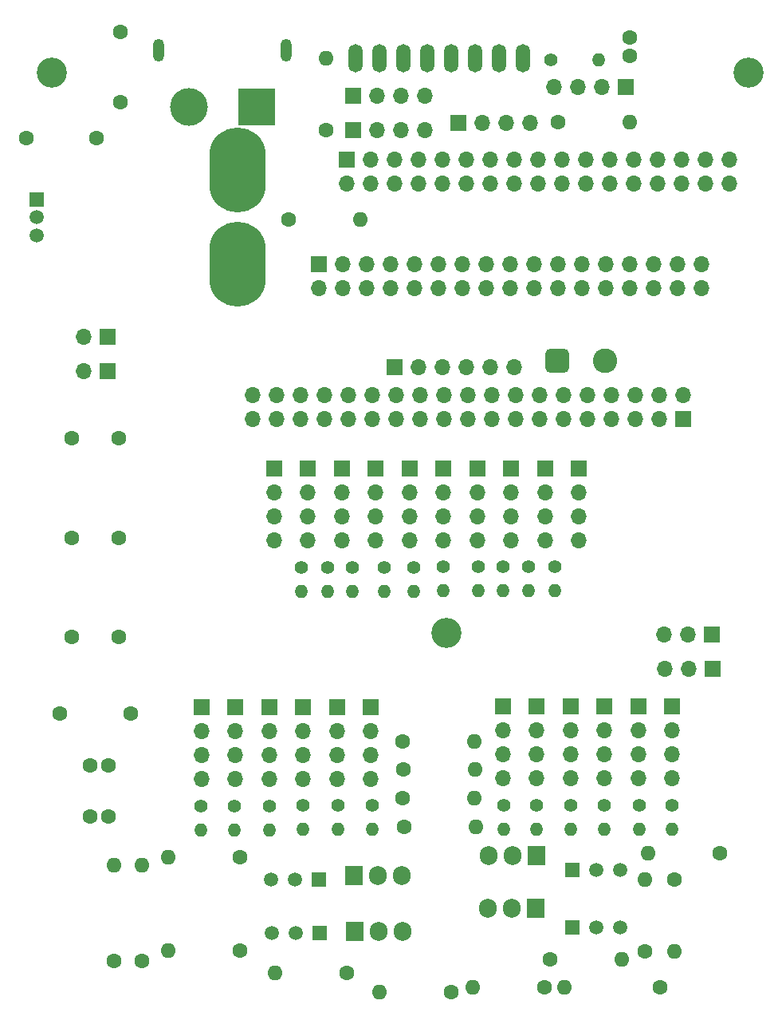
<source format=gbr>
%TF.GenerationSoftware,KiCad,Pcbnew,7.0.2*%
%TF.CreationDate,2023-07-14T13:18:19-03:00*%
%TF.ProjectId,HM_CENTRAL-02,484d5f43-454e-4545-9241-4c2d30322e6b,rev?*%
%TF.SameCoordinates,Original*%
%TF.FileFunction,Soldermask,Top*%
%TF.FilePolarity,Negative*%
%FSLAX46Y46*%
G04 Gerber Fmt 4.6, Leading zero omitted, Abs format (unit mm)*
G04 Created by KiCad (PCBNEW 7.0.2) date 2023-07-14 13:18:19*
%MOMM*%
%LPD*%
G01*
G04 APERTURE LIST*
G04 Aperture macros list*
%AMRoundRect*
0 Rectangle with rounded corners*
0 $1 Rounding radius*
0 $2 $3 $4 $5 $6 $7 $8 $9 X,Y pos of 4 corners*
0 Add a 4 corners polygon primitive as box body*
4,1,4,$2,$3,$4,$5,$6,$7,$8,$9,$2,$3,0*
0 Add four circle primitives for the rounded corners*
1,1,$1+$1,$2,$3*
1,1,$1+$1,$4,$5*
1,1,$1+$1,$6,$7*
1,1,$1+$1,$8,$9*
0 Add four rect primitives between the rounded corners*
20,1,$1+$1,$2,$3,$4,$5,0*
20,1,$1+$1,$4,$5,$6,$7,0*
20,1,$1+$1,$6,$7,$8,$9,0*
20,1,$1+$1,$8,$9,$2,$3,0*%
%AMHorizOval*
0 Thick line with rounded ends*
0 $1 width*
0 $2 $3 position (X,Y) of the first rounded end (center of the circle)*
0 $4 $5 position (X,Y) of the second rounded end (center of the circle)*
0 Add line between two ends*
20,1,$1,$2,$3,$4,$5,0*
0 Add two circle primitives to create the rounded ends*
1,1,$1,$2,$3*
1,1,$1,$4,$5*%
G04 Aperture macros list end*
%ADD10R,1.905000X2.000000*%
%ADD11O,1.905000X2.000000*%
%ADD12C,1.400000*%
%ADD13O,1.400000X1.400000*%
%ADD14R,1.700000X1.700000*%
%ADD15O,1.700000X1.700000*%
%ADD16C,1.600000*%
%ADD17O,1.600000X1.600000*%
%ADD18O,1.500000X3.000000*%
%ADD19RoundRect,0.650000X-0.650000X-0.650000X0.650000X-0.650000X0.650000X0.650000X-0.650000X0.650000X0*%
%ADD20C,2.600000*%
%ADD21R,1.500000X1.500000*%
%ADD22C,1.500000*%
%ADD23C,3.200000*%
%ADD24HorizOval,0.800000X0.000000X0.000000X0.000000X0.000000X0*%
%ADD25HorizOval,0.800000X0.000000X0.000000X0.000000X0.000000X0*%
%ADD26C,0.800000*%
%ADD27O,6.000000X9.000000*%
%ADD28R,4.000000X4.000000*%
%ADD29C,4.000000*%
%ADD30O,1.200000X2.400000*%
G04 APERTURE END LIST*
D10*
%TO.C,Q4*%
X98390000Y-130590000D03*
D11*
X95850000Y-130590000D03*
X93310000Y-130590000D03*
%TD*%
D12*
%TO.C,RM5*%
X73500000Y-94420000D03*
D13*
X73500000Y-96960000D03*
%TD*%
D12*
%TO.C,RM10*%
X77400000Y-119710000D03*
D13*
X77400000Y-122250000D03*
%TD*%
D14*
%TO.C,M18*%
X88600000Y-83960000D03*
D15*
X88600000Y-86500000D03*
X88600000Y-89040000D03*
X88600000Y-91580000D03*
%TD*%
D16*
%TO.C,R7*%
X56600000Y-136200000D03*
D17*
X56600000Y-126040000D03*
%TD*%
D16*
%TO.C,R2*%
X89400000Y-139500000D03*
D17*
X81780000Y-139500000D03*
%TD*%
D14*
%TO.C,M3*%
X77800000Y-83920000D03*
D15*
X77800000Y-86460000D03*
X77800000Y-89000000D03*
X77800000Y-91540000D03*
%TD*%
D16*
%TO.C,C7*%
X108420000Y-38200000D03*
X108420000Y-40200000D03*
%TD*%
D14*
%TO.C,J6*%
X117180000Y-105200000D03*
D15*
X114640000Y-105200000D03*
X112100000Y-105200000D03*
%TD*%
D12*
%TO.C,RM21*%
X97600000Y-94380000D03*
D13*
X97600000Y-96920000D03*
%TD*%
D12*
%TO.C,RM14*%
X95000000Y-119680000D03*
D13*
X95000000Y-122220000D03*
%TD*%
D16*
%TO.C,R4*%
X99890000Y-136000000D03*
D17*
X107510000Y-136000000D03*
%TD*%
D14*
%TO.C,M19*%
X92200000Y-83960000D03*
D15*
X92200000Y-86500000D03*
X92200000Y-89040000D03*
X92200000Y-91580000D03*
%TD*%
D18*
%TO.C,U3*%
X94530000Y-40440000D03*
X81830000Y-40440000D03*
X97070000Y-40440000D03*
X84370000Y-40440000D03*
X86910000Y-40440000D03*
X79290000Y-40440000D03*
X89450000Y-40440000D03*
X91990000Y-40440000D03*
%TD*%
D19*
%TO.C,J7*%
X100660000Y-72500000D03*
D20*
X105740000Y-72500000D03*
%TD*%
D14*
%TO.C,M23*%
X107920000Y-43490000D03*
D15*
X105380000Y-43490000D03*
X102840000Y-43490000D03*
X100300000Y-43490000D03*
%TD*%
D14*
%TO.C,J5*%
X117140000Y-101600000D03*
D15*
X114600000Y-101600000D03*
X112060000Y-101600000D03*
%TD*%
D16*
%TO.C,C9*%
X51770000Y-48940000D03*
X44270000Y-48940000D03*
%TD*%
%TO.C,R5*%
X111560000Y-139000000D03*
D17*
X101400000Y-139000000D03*
%TD*%
D10*
%TO.C,Q8*%
X98450000Y-125005000D03*
D11*
X95910000Y-125005000D03*
X93370000Y-125005000D03*
%TD*%
D21*
%TO.C,Q7*%
X102270000Y-126570000D03*
D22*
X104810000Y-126570000D03*
X107350000Y-126570000D03*
%TD*%
D14*
%TO.C,M4*%
X74200000Y-83920000D03*
D15*
X74200000Y-86460000D03*
X74200000Y-89000000D03*
X74200000Y-91540000D03*
%TD*%
D16*
%TO.C,C8*%
X54270000Y-37630000D03*
X54270000Y-45130000D03*
%TD*%
%TO.C,R35*%
X113100000Y-127590000D03*
D17*
X113100000Y-135210000D03*
%TD*%
D14*
%TO.C,J9*%
X78990000Y-48040000D03*
D15*
X81530000Y-48040000D03*
X84070000Y-48040000D03*
X86610000Y-48040000D03*
%TD*%
D16*
%TO.C,R3*%
X66942500Y-135100000D03*
D17*
X59322500Y-135100000D03*
%TD*%
D12*
%TO.C,RM23*%
X99970000Y-40570000D03*
D13*
X105050000Y-40570000D03*
%TD*%
D14*
%TO.C,M12*%
X94900000Y-109160000D03*
D15*
X94900000Y-111700000D03*
X94900000Y-114240000D03*
X94900000Y-116780000D03*
%TD*%
D16*
%TO.C,C1*%
X55355000Y-109920000D03*
X47855000Y-109920000D03*
%TD*%
D12*
%TO.C,RM7*%
X66400000Y-119760000D03*
D13*
X66400000Y-122300000D03*
%TD*%
D14*
%TO.C,J4*%
X78280000Y-51210000D03*
D15*
X78280000Y-53750000D03*
X80820000Y-51210000D03*
X80820000Y-53750000D03*
X83360000Y-51210000D03*
X83360000Y-53750000D03*
X85900000Y-51210000D03*
X85900000Y-53750000D03*
X88440000Y-51210000D03*
X88440000Y-53750000D03*
X90980000Y-51210000D03*
X90980000Y-53750000D03*
X93520000Y-51210000D03*
X93520000Y-53750000D03*
X96060000Y-51210000D03*
X96060000Y-53750000D03*
X98600000Y-51210000D03*
X98600000Y-53750000D03*
X101140000Y-51210000D03*
X101140000Y-53750000D03*
X103680000Y-51210000D03*
X103680000Y-53750000D03*
X106220000Y-51210000D03*
X106220000Y-53750000D03*
X108760000Y-51210000D03*
X108760000Y-53750000D03*
X111300000Y-51210000D03*
X111300000Y-53750000D03*
X113840000Y-51210000D03*
X113840000Y-53750000D03*
X116380000Y-51210000D03*
X116380000Y-53750000D03*
X118920000Y-51210000D03*
X118920000Y-53750000D03*
%TD*%
D14*
%TO.C,M8*%
X70100000Y-109260000D03*
D15*
X70100000Y-111800000D03*
X70100000Y-114340000D03*
X70100000Y-116880000D03*
%TD*%
D10*
%TO.C,Q6*%
X79120000Y-127100000D03*
D11*
X81660000Y-127100000D03*
X84200000Y-127100000D03*
%TD*%
D12*
%TO.C,RM17*%
X112900000Y-119680000D03*
D13*
X112900000Y-122220000D03*
%TD*%
D23*
%TO.C,H1*%
X47000000Y-42000000D03*
%TD*%
D12*
%TO.C,RM15*%
X105700000Y-119680000D03*
D13*
X105700000Y-122220000D03*
%TD*%
D12*
%TO.C,RM18*%
X88600000Y-94400000D03*
D13*
X88600000Y-96940000D03*
%TD*%
D12*
%TO.C,RM1*%
X85400000Y-94420000D03*
D13*
X85400000Y-96960000D03*
%TD*%
D12*
%TO.C,RM4*%
X76300000Y-94420000D03*
D13*
X76300000Y-96960000D03*
%TD*%
D14*
%TO.C,J10*%
X90190000Y-47330000D03*
D15*
X92730000Y-47330000D03*
X95270000Y-47330000D03*
X97810000Y-47330000D03*
%TD*%
D21*
%TO.C,U1*%
X45355000Y-55400000D03*
D22*
X45355000Y-57310000D03*
X45355000Y-59220000D03*
D24*
X67385000Y-58360000D03*
D25*
X66125000Y-58360000D03*
D26*
X68415000Y-59110000D03*
X65095000Y-59110000D03*
X68805000Y-60310000D03*
X64705000Y-60310000D03*
X68805000Y-61640000D03*
X64705000Y-61640000D03*
D27*
X66755000Y-62310000D03*
D26*
X68805000Y-62980000D03*
X64705000Y-62980000D03*
X68805000Y-64310000D03*
X64705000Y-64310000D03*
X68415000Y-65510000D03*
X65095000Y-65510000D03*
X67385000Y-66260000D03*
X66125000Y-66260000D03*
X67385000Y-48360000D03*
X66125000Y-48360000D03*
X68415000Y-49110000D03*
X65095000Y-49110000D03*
X68805000Y-50310000D03*
X64705000Y-50310000D03*
X68805000Y-51640000D03*
X64705000Y-51640000D03*
D27*
X66755000Y-52310000D03*
D26*
X68805000Y-52980000D03*
X64705000Y-52980000D03*
X68805000Y-54310000D03*
X64705000Y-54310000D03*
X68415000Y-55510000D03*
X65095000Y-55510000D03*
D25*
X67385000Y-56260000D03*
D24*
X66125000Y-56260000D03*
%TD*%
D16*
%TO.C,R17*%
X72100000Y-57520000D03*
D17*
X79720000Y-57520000D03*
%TD*%
D14*
%TO.C,M17*%
X112900000Y-109160000D03*
D15*
X112900000Y-111700000D03*
X112900000Y-114240000D03*
X112900000Y-116780000D03*
%TD*%
D23*
%TO.C,H2*%
X121000000Y-42000000D03*
%TD*%
D14*
%TO.C,M11*%
X80900000Y-109240000D03*
D15*
X80900000Y-111780000D03*
X80900000Y-114320000D03*
X80900000Y-116860000D03*
%TD*%
D10*
%TO.C,Q2*%
X79160000Y-133045000D03*
D11*
X81700000Y-133045000D03*
X84240000Y-133045000D03*
%TD*%
D16*
%TO.C,C6*%
X54105000Y-101820000D03*
X49105000Y-101820000D03*
%TD*%
%TO.C,C2*%
X53020000Y-115440000D03*
X51020000Y-115440000D03*
%TD*%
D14*
%TO.C,M9*%
X73700000Y-109260000D03*
D15*
X73700000Y-111800000D03*
X73700000Y-114340000D03*
X73700000Y-116880000D03*
%TD*%
D12*
%TO.C,RM11*%
X73700000Y-119680000D03*
D13*
X73700000Y-122220000D03*
%TD*%
D16*
%TO.C,R39*%
X100720000Y-47230000D03*
D17*
X108340000Y-47230000D03*
%TD*%
D14*
%TO.C,M13*%
X98500000Y-109160000D03*
D15*
X98500000Y-111700000D03*
X98500000Y-114240000D03*
X98500000Y-116780000D03*
%TD*%
D14*
%TO.C,M20*%
X95800000Y-83960000D03*
D15*
X95800000Y-86500000D03*
X95800000Y-89040000D03*
X95800000Y-91580000D03*
%TD*%
D14*
%TO.C,M15*%
X105700000Y-109160000D03*
D15*
X105700000Y-111700000D03*
X105700000Y-114240000D03*
X105700000Y-116780000D03*
%TD*%
D21*
%TO.C,Q5*%
X75340000Y-127540000D03*
D22*
X72800000Y-127540000D03*
X70260000Y-127540000D03*
%TD*%
D14*
%TO.C,M1*%
X85000000Y-83920000D03*
D15*
X85000000Y-86460000D03*
X85000000Y-89000000D03*
X85000000Y-91540000D03*
%TD*%
D12*
%TO.C,RM20*%
X94900000Y-94400000D03*
D13*
X94900000Y-96940000D03*
%TD*%
D14*
%TO.C,M5*%
X70600000Y-83920000D03*
D15*
X70600000Y-86460000D03*
X70600000Y-89000000D03*
X70600000Y-91540000D03*
%TD*%
D14*
%TO.C,J3*%
X75380000Y-62270000D03*
D15*
X75380000Y-64810000D03*
X77920000Y-62270000D03*
X77920000Y-64810000D03*
X80460000Y-62270000D03*
X80460000Y-64810000D03*
X83000000Y-62270000D03*
X83000000Y-64810000D03*
X85540000Y-62270000D03*
X85540000Y-64810000D03*
X88080000Y-62270000D03*
X88080000Y-64810000D03*
X90620000Y-62270000D03*
X90620000Y-64810000D03*
X93160000Y-62270000D03*
X93160000Y-64810000D03*
X95700000Y-62270000D03*
X95700000Y-64810000D03*
X98240000Y-62270000D03*
X98240000Y-64810000D03*
X100780000Y-62270000D03*
X100780000Y-64810000D03*
X103320000Y-62270000D03*
X103320000Y-64810000D03*
X105860000Y-62270000D03*
X105860000Y-64810000D03*
X108400000Y-62270000D03*
X108400000Y-64810000D03*
X110940000Y-62270000D03*
X110940000Y-64810000D03*
X113480000Y-62270000D03*
X113480000Y-64810000D03*
X116020000Y-62270000D03*
X116020000Y-64810000D03*
%TD*%
D12*
%TO.C,RM16*%
X109400000Y-119680000D03*
D13*
X109400000Y-122220000D03*
%TD*%
D21*
%TO.C,Q3*%
X102310000Y-132610000D03*
D22*
X104850000Y-132610000D03*
X107390000Y-132610000D03*
%TD*%
D12*
%TO.C,RM12*%
X102100000Y-119660000D03*
D13*
X102100000Y-122200000D03*
%TD*%
D14*
%TO.C,M16*%
X109300000Y-109160000D03*
D15*
X109300000Y-111700000D03*
X109300000Y-114240000D03*
X109300000Y-116780000D03*
%TD*%
D14*
%TO.C,M6*%
X62900000Y-109260000D03*
D15*
X62900000Y-111800000D03*
X62900000Y-114340000D03*
X62900000Y-116880000D03*
%TD*%
D21*
%TO.C,Q1*%
X75440000Y-133240000D03*
D22*
X72900000Y-133240000D03*
X70360000Y-133240000D03*
%TD*%
D12*
%TO.C,RM19*%
X92300000Y-94400000D03*
D13*
X92300000Y-96940000D03*
%TD*%
D14*
%TO.C,M7*%
X66500000Y-109260000D03*
D15*
X66500000Y-111800000D03*
X66500000Y-114340000D03*
X66500000Y-116880000D03*
%TD*%
D14*
%TO.C,M21*%
X99400000Y-83960000D03*
D15*
X99400000Y-86500000D03*
X99400000Y-89040000D03*
X99400000Y-91580000D03*
%TD*%
D16*
%TO.C,R9*%
X67010000Y-125200000D03*
D17*
X59390000Y-125200000D03*
%TD*%
D16*
%TO.C,C5*%
X54105000Y-91320000D03*
X49105000Y-91320000D03*
%TD*%
D12*
%TO.C,RM2*%
X82300000Y-94420000D03*
D13*
X82300000Y-96960000D03*
%TD*%
D14*
%TO.C,M24*%
X52880000Y-73620000D03*
D15*
X50340000Y-73620000D03*
%TD*%
D12*
%TO.C,RM3*%
X78900000Y-94420000D03*
D13*
X78900000Y-96960000D03*
%TD*%
D16*
%TO.C,R16*%
X84290000Y-118900000D03*
D17*
X91910000Y-118900000D03*
%TD*%
D14*
%TO.C,M25*%
X52880000Y-70020000D03*
D15*
X50340000Y-70020000D03*
%TD*%
D14*
%TO.C,J2*%
X114080000Y-78740000D03*
D15*
X114080000Y-76200000D03*
X111540000Y-78740000D03*
X111540000Y-76200000D03*
X109000000Y-78740000D03*
X109000000Y-76200000D03*
X106460000Y-78740000D03*
X106460000Y-76200000D03*
X103920000Y-78740000D03*
X103920000Y-76200000D03*
X101380000Y-78740000D03*
X101380000Y-76200000D03*
X98840000Y-78740000D03*
X98840000Y-76200000D03*
X96300000Y-78740000D03*
X96300000Y-76200000D03*
X93760000Y-78740000D03*
X93760000Y-76200000D03*
X91220000Y-78740000D03*
X91220000Y-76200000D03*
X88680000Y-78740000D03*
X88680000Y-76200000D03*
X86140000Y-78740000D03*
X86140000Y-76200000D03*
X83600000Y-78740000D03*
X83600000Y-76200000D03*
X81060000Y-78740000D03*
X81060000Y-76200000D03*
X78520000Y-78740000D03*
X78520000Y-76200000D03*
X75980000Y-78740000D03*
X75980000Y-76200000D03*
X73440000Y-78740000D03*
X73440000Y-76200000D03*
X70900000Y-78740000D03*
X70900000Y-76200000D03*
X68360000Y-78740000D03*
X68360000Y-76200000D03*
%TD*%
D12*
%TO.C,RM22*%
X100400000Y-94380000D03*
D13*
X100400000Y-96920000D03*
%TD*%
D14*
%TO.C,J8*%
X79010000Y-44440000D03*
D15*
X81550000Y-44440000D03*
X84090000Y-44440000D03*
X86630000Y-44440000D03*
%TD*%
D16*
%TO.C,C3*%
X53020000Y-120910000D03*
X51020000Y-120910000D03*
%TD*%
%TO.C,C4*%
X54105000Y-80720000D03*
X49105000Y-80720000D03*
%TD*%
%TO.C,R34*%
X117910000Y-124800000D03*
D17*
X110290000Y-124800000D03*
%TD*%
D14*
%TO.C,M22*%
X103000000Y-83980000D03*
D15*
X103000000Y-86520000D03*
X103000000Y-89060000D03*
X103000000Y-91600000D03*
%TD*%
D28*
%TO.C,J1*%
X68720000Y-45615750D03*
D29*
X61520000Y-45615750D03*
D30*
X71870000Y-39615750D03*
X58370000Y-39615750D03*
%TD*%
D12*
%TO.C,RM9*%
X81000000Y-119680000D03*
D13*
X81000000Y-122220000D03*
%TD*%
D14*
%TO.C,M14*%
X102100000Y-109160000D03*
D15*
X102100000Y-111700000D03*
X102100000Y-114240000D03*
X102100000Y-116780000D03*
%TD*%
D16*
%TO.C,R38*%
X76120000Y-48100000D03*
D17*
X76120000Y-40480000D03*
%TD*%
D16*
%TO.C,R1*%
X78310000Y-137500000D03*
D17*
X70690000Y-137500000D03*
%TD*%
D16*
%TO.C,R13*%
X84390000Y-122000000D03*
D17*
X92010000Y-122000000D03*
%TD*%
D16*
%TO.C,R8*%
X53600000Y-136200000D03*
D17*
X53600000Y-126040000D03*
%TD*%
D12*
%TO.C,RM13*%
X98500000Y-119660000D03*
D13*
X98500000Y-122200000D03*
%TD*%
D16*
%TO.C,R11*%
X84290000Y-112880000D03*
D17*
X91910000Y-112880000D03*
%TD*%
D16*
%TO.C,R6*%
X99310000Y-139000000D03*
D17*
X91690000Y-139000000D03*
%TD*%
D16*
%TO.C,R10*%
X110000000Y-135210000D03*
D17*
X110000000Y-127590000D03*
%TD*%
D23*
%TO.C,H3*%
X88900000Y-101400000D03*
%TD*%
D16*
%TO.C,R12*%
X84300000Y-115880000D03*
D17*
X91920000Y-115880000D03*
%TD*%
D14*
%TO.C,M2*%
X81400000Y-83920000D03*
D15*
X81400000Y-86460000D03*
X81400000Y-89000000D03*
X81400000Y-91540000D03*
%TD*%
D12*
%TO.C,RM8*%
X70100000Y-119760000D03*
D13*
X70100000Y-122300000D03*
%TD*%
D12*
%TO.C,RM6*%
X62800000Y-119760000D03*
D13*
X62800000Y-122300000D03*
%TD*%
D14*
%TO.C,M10*%
X77300000Y-109260000D03*
D15*
X77300000Y-111800000D03*
X77300000Y-114340000D03*
X77300000Y-116880000D03*
%TD*%
D14*
%TO.C,J13*%
X83410000Y-73220000D03*
D15*
X85950000Y-73220000D03*
X88490000Y-73220000D03*
X91030000Y-73220000D03*
X93570000Y-73220000D03*
X96110000Y-73220000D03*
%TD*%
M02*

</source>
